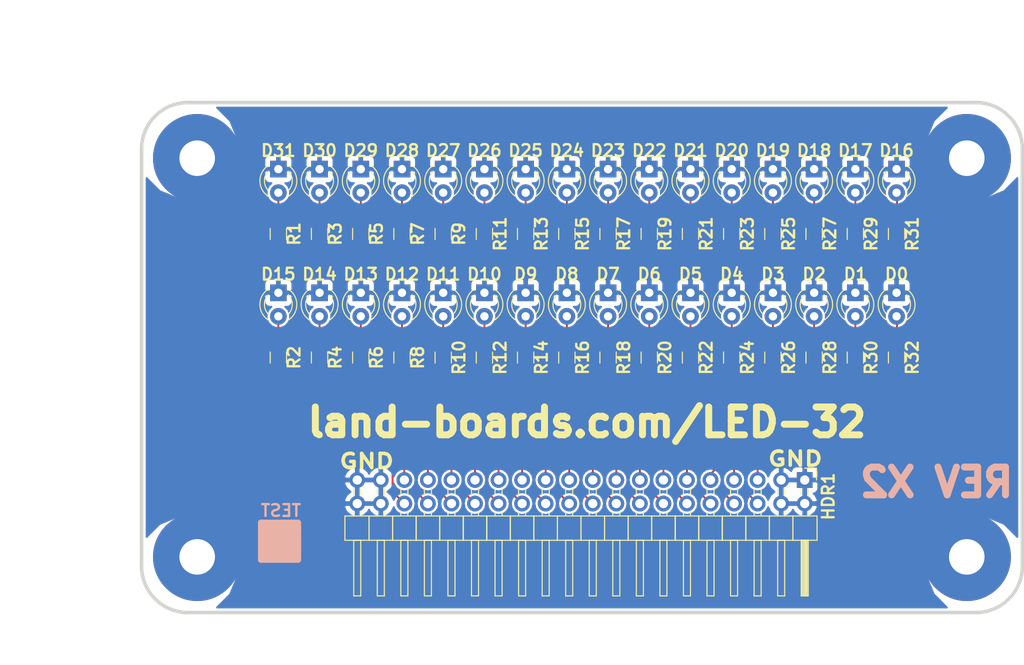
<source format=kicad_pcb>
(kicad_pcb (version 4) (host pcbnew "(after 2015-mar-04 BZR unknown)-product")
  (title_block (title LED-TEST-2) (date "Thursday, October 06, 2016") (rev X1))
  (layers (0 Front signal) (31 Back signal) (36 B.SilkS user) (37 F.SilkS user) (38 B.Mask user) (39 F.Mask user) (44 Edge.Cuts user))
  (net 0 "")
  (net 1 /GND)
  (net 2 "Net-(D1-Pad2)")
  (net 3 "Net-(D2-Pad2)")
  (net 4 "Net-(D3-Pad2)")
  (net 5 "Net-(D4-Pad2)")
  (net 6 "Net-(D5-Pad2)")
  (net 7 "Net-(D6-Pad2)")
  (net 8 "Net-(D7-Pad2)")
  (net 9 "Net-(D8-Pad2)")
  (net 10 "Net-(D9-Pad2)")
  (net 11 "Net-(D10-Pad2)")
  (net 12 "Net-(D11-Pad2)")
  (net 13 "Net-(D12-Pad2)")
  (net 14 "Net-(D13-Pad2)")
  (net 15 "Net-(D14-Pad2)")
  (net 16 "Net-(D15-Pad2)")
  (net 17 "Net-(D16-Pad2)")
  (net 18 "Net-(D17-Pad2)")
  (net 19 "Net-(D18-Pad2)")
  (net 20 "Net-(D19-Pad2)")
  (net 21 "Net-(D21-Pad2)")
  (net 22 "Net-(D22-Pad2)")
  (net 23 "Net-(D23-Pad2)")
  (net 24 "Net-(D24-Pad2)")
  (net 25 "Net-(D25-Pad2)")
  (net 26 "Net-(D26-Pad2)")
  (net 27 "Net-(D27-Pad2)")
  (net 28 "Net-(D28-Pad2)")
  (net 29 "Net-(D29-Pad2)")
  (net 30 "Net-(D30-Pad2)")
  (net 31 "Net-(D31-Pad2)")
  (net 32 "Net-(HDR1-Pad5)")
  (net 33 "Net-(HDR1-Pad6)")
  (net 34 "Net-(HDR1-Pad7)")
  (net 35 "Net-(HDR1-Pad8)")
  (net 36 "Net-(HDR1-Pad9)")
  (net 37 "Net-(HDR1-Pad10)")
  (net 38 "Net-(HDR1-Pad11)")
  (net 39 "Net-(HDR1-Pad12)")
  (net 40 "Net-(HDR1-Pad13)")
  (net 41 "Net-(HDR1-Pad14)")
  (net 42 "Net-(HDR1-Pad15)")
  (net 43 "Net-(HDR1-Pad16)")
  (net 44 "Net-(HDR1-Pad17)")
  (net 45 "Net-(HDR1-Pad18)")
  (net 46 "Net-(HDR1-Pad19)")
  (net 47 "Net-(HDR1-Pad20)")
  (net 48 "Net-(HDR1-Pad21)")
  (net 49 "Net-(HDR1-Pad22)")
  (net 50 "Net-(HDR1-Pad23)")
  (net 51 "Net-(HDR1-Pad24)")
  (net 52 "Net-(HDR1-Pad25)")
  (net 53 "Net-(HDR1-Pad26)")
  (net 54 "Net-(HDR1-Pad27)")
  (net 55 "Net-(HDR1-Pad28)")
  (net 56 "Net-(HDR1-Pad29)")
  (net 57 "Net-(HDR1-Pad30)")
  (net 58 "Net-(HDR1-Pad31)")
  (net 59 "Net-(HDR1-Pad32)")
  (net 60 "Net-(HDR1-Pad33)")
  (net 61 "Net-(HDR1-Pad34)")
  (net 62 "Net-(HDR1-Pad35)")
  (net 63 "Net-(HDR1-Pad36)")
  (net 64 "Net-(D0-Pad2)")
  (net 65 "Net-(D20-Pad2)")
  (module LEDs:LED_D3.0mm (layer Front) (at 107.315 43.18 270)
    (fp_text reference D23 (at -2 0 360) (layer F.SilkS) (effects (font (size 1.27 1.27) (thickness 0.254))))
    (fp_text value LED-fixed hide)
    (pad 1 thru_hole rect (at 0 0 270) (size 1.8 1.8) (drill 0.9) (layers *.Cu *.Mask) (net 1 /GND))
    (pad 2 thru_hole circle (at 2.54 0 270) (size 1.8 1.8) (drill 0.9) (layers *.Cu *.Mask) (net 23 "Net-(D23-Pad2)"))
  )
  (module LEDs:LED_D3.0mm (layer Front) (at 107.315 56.515 270)
    (fp_text reference D7 (at -2 0 360) (layer F.SilkS) (effects (font (size 1.27 1.27) (thickness 0.254))))
    (fp_text value LED-fixed hide)
    (pad 1 thru_hole rect (at 0 0 270) (size 1.8 1.8) (drill 0.9) (layers *.Cu *.Mask) (net 1 /GND))
    (pad 2 thru_hole circle (at 2.54 0 270) (size 1.8 1.8) (drill 0.9) (layers *.Cu *.Mask) (net 8 "Net-(D7-Pad2)"))
  )
  (module LEDs:LED_D3.0mm (layer Front) (at 111.76 43.18 270)
    (fp_text reference D22 (at -2 0 360) (layer F.SilkS) (effects (font (size 1.27 1.27) (thickness 0.254))))
    (fp_text value LED-fixed hide)
    (pad 1 thru_hole rect (at 0 0 270) (size 1.8 1.8) (drill 0.9) (layers *.Cu *.Mask) (net 1 /GND))
    (pad 2 thru_hole circle (at 2.54 0 270) (size 1.8 1.8) (drill 0.9) (layers *.Cu *.Mask) (net 22 "Net-(D22-Pad2)"))
  )
  (module LEDs:LED_D3.0mm (layer Front) (at 111.76 56.515 270)
    (fp_text reference D6 (at -2 0 360) (layer F.SilkS) (effects (font (size 1.27 1.27) (thickness 0.254))))
    (fp_text value LED-fixed hide)
    (pad 1 thru_hole rect (at 0 0 270) (size 1.8 1.8) (drill 0.9) (layers *.Cu *.Mask) (net 1 /GND))
    (pad 2 thru_hole circle (at 2.54 0 270) (size 1.8 1.8) (drill 0.9) (layers *.Cu *.Mask) (net 7 "Net-(D6-Pad2)"))
  )
  (module LEDs:LED_D3.0mm (layer Front) (at 116.205 43.18 270)
    (fp_text reference D21 (at -2 0 360) (layer F.SilkS) (effects (font (size 1.27 1.27) (thickness 0.254))))
    (fp_text value LED-fixed hide)
    (pad 1 thru_hole rect (at 0 0 270) (size 1.8 1.8) (drill 0.9) (layers *.Cu *.Mask) (net 1 /GND))
    (pad 2 thru_hole circle (at 2.54 0 270) (size 1.8 1.8) (drill 0.9) (layers *.Cu *.Mask) (net 21 "Net-(D21-Pad2)"))
  )
  (module LEDs:LED_D3.0mm (layer Front) (at 116.205 56.515 270)
    (fp_text reference D5 (at -2 0 360) (layer F.SilkS) (effects (font (size 1.27 1.27) (thickness 0.254))))
    (fp_text value LED-fixed hide)
    (pad 1 thru_hole rect (at 0 0 270) (size 1.8 1.8) (drill 0.9) (layers *.Cu *.Mask) (net 1 /GND))
    (pad 2 thru_hole circle (at 2.54 0 270) (size 1.8 1.8) (drill 0.9) (layers *.Cu *.Mask) (net 6 "Net-(D5-Pad2)"))
  )
  (module LEDs:LED_D3.0mm (layer Front) (at 120.65 43.18 270)
    (fp_text reference D20 (at -2 0 360) (layer F.SilkS) (effects (font (size 1.27 1.27) (thickness 0.254))))
    (fp_text value LED-fixed hide)
    (pad 1 thru_hole rect (at 0 0 270) (size 1.8 1.8) (drill 0.9) (layers *.Cu *.Mask) (net 1 /GND))
    (pad 2 thru_hole circle (at 2.54 0 270) (size 1.8 1.8) (drill 0.9) (layers *.Cu *.Mask) (net 65 "Net-(D20-Pad2)"))
  )
  (module LEDs:LED_D3.0mm (layer Front) (at 120.65 56.515 270)
    (fp_text reference D4 (at -2 0 360) (layer F.SilkS) (effects (font (size 1.27 1.27) (thickness 0.254))))
    (fp_text value LED-fixed hide)
    (pad 1 thru_hole rect (at 0 0 270) (size 1.8 1.8) (drill 0.9) (layers *.Cu *.Mask) (net 1 /GND))
    (pad 2 thru_hole circle (at 2.54 0 270) (size 1.8 1.8) (drill 0.9) (layers *.Cu *.Mask) (net 5 "Net-(D4-Pad2)"))
  )
  (module LEDs:LED_D3.0mm (layer Front) (at 125.095 43.18 270)
    (fp_text reference D19 (at -2 0 360) (layer F.SilkS) (effects (font (size 1.27 1.27) (thickness 0.254))))
    (fp_text value LED-fixed hide)
    (pad 1 thru_hole rect (at 0 0 270) (size 1.8 1.8) (drill 0.9) (layers *.Cu *.Mask) (net 1 /GND))
    (pad 2 thru_hole circle (at 2.54 0 270) (size 1.8 1.8) (drill 0.9) (layers *.Cu *.Mask) (net 20 "Net-(D19-Pad2)"))
  )
  (module LEDs:LED_D3.0mm (layer Front) (at 125.095 56.515 270)
    (fp_text reference D3 (at -2 0 360) (layer F.SilkS) (effects (font (size 1.27 1.27) (thickness 0.254))))
    (fp_text value LED-fixed hide)
    (pad 1 thru_hole rect (at 0 0 270) (size 1.8 1.8) (drill 0.9) (layers *.Cu *.Mask) (net 1 /GND))
    (pad 2 thru_hole circle (at 2.54 0 270) (size 1.8 1.8) (drill 0.9) (layers *.Cu *.Mask) (net 4 "Net-(D3-Pad2)"))
  )
  (module LEDs:LED_D3.0mm (layer Front) (at 129.54 43.18 270)
    (fp_text reference D18 (at -2 0 360) (layer F.SilkS) (effects (font (size 1.27 1.27) (thickness 0.254))))
    (fp_text value LED-fixed hide)
    (pad 1 thru_hole rect (at 0 0 270) (size 1.8 1.8) (drill 0.9) (layers *.Cu *.Mask) (net 1 /GND))
    (pad 2 thru_hole circle (at 2.54 0 270) (size 1.8 1.8) (drill 0.9) (layers *.Cu *.Mask) (net 19 "Net-(D18-Pad2)"))
  )
  (module LEDs:LED_D3.0mm (layer Front) (at 129.54 56.515 270)
    (fp_text reference D2 (at -2 0 360) (layer F.SilkS) (effects (font (size 1.27 1.27) (thickness 0.254))))
    (fp_text value LED-fixed hide)
    (pad 1 thru_hole rect (at 0 0 270) (size 1.8 1.8) (drill 0.9) (layers *.Cu *.Mask) (net 1 /GND))
    (pad 2 thru_hole circle (at 2.54 0 270) (size 1.8 1.8) (drill 0.9) (layers *.Cu *.Mask) (net 3 "Net-(D2-Pad2)"))
  )
  (module LEDs:LED_D3.0mm (layer Front) (at 133.985 43.18 270)
    (fp_text reference D17 (at -2 0 360) (layer F.SilkS) (effects (font (size 1.27 1.27) (thickness 0.254))))
    (fp_text value LED-fixed hide)
    (pad 1 thru_hole rect (at 0 0 270) (size 1.8 1.8) (drill 0.9) (layers *.Cu *.Mask) (net 1 /GND))
    (pad 2 thru_hole circle (at 2.54 0 270) (size 1.8 1.8) (drill 0.9) (layers *.Cu *.Mask) (net 18 "Net-(D17-Pad2)"))
  )
  (module LEDs:LED_D3.0mm (layer Front) (at 133.985 56.515 270)
    (fp_text reference D1 (at -2 0 360) (layer F.SilkS) (effects (font (size 1.27 1.27) (thickness 0.254))))
    (fp_text value LED-fixed hide)
    (pad 1 thru_hole rect (at 0 0 270) (size 1.8 1.8) (drill 0.9) (layers *.Cu *.Mask) (net 1 /GND))
    (pad 2 thru_hole circle (at 2.54 0 270) (size 1.8 1.8) (drill 0.9) (layers *.Cu *.Mask) (net 2 "Net-(D1-Pad2)"))
  )
  (module LEDs:LED_D3.0mm (layer Front) (at 138.43 43.18 270)
    (fp_text reference D16 (at -2 0 360) (layer F.SilkS) (effects (font (size 1.27 1.27) (thickness 0.254))))
    (fp_text value LED-fixed hide)
    (pad 1 thru_hole rect (at 0 0 270) (size 1.8 1.8) (drill 0.9) (layers *.Cu *.Mask) (net 1 /GND))
    (pad 2 thru_hole circle (at 2.54 0 270) (size 1.8 1.8) (drill 0.9) (layers *.Cu *.Mask) (net 17 "Net-(D16-Pad2)"))
  )
  (module LEDs:LED_D3.0mm (layer Front) (at 138.43 56.515 270)
    (fp_text reference D0 (at -2 0 360) (layer F.SilkS) (effects (font (size 1.27 1.27) (thickness 0.254))))
    (fp_text value LED-fixed hide)
    (pad 1 thru_hole rect (at 0 0 270) (size 1.8 1.8) (drill 0.9) (layers *.Cu *.Mask) (net 1 /GND))
    (pad 2 thru_hole circle (at 2.54 0 270) (size 1.8 1.8) (drill 0.9) (layers *.Cu *.Mask) (net 64 "Net-(D0-Pad2)"))
  )
  (module Resistors_SMD:R_0805_HandSoldering (layer Front) (at 71.755 50.165 270)
    (fp_text reference R1 (at 0 -1.7 270) (layer F.SilkS) (effects (font (size 1.27 1.27) (thickness 0.254))))
    (fp_text value 330 hide)
    (pad 1 smd rect (at -1.35 0 270) (size 1.5 1.3) (layers Front F.Mask) (net 31 "Net-(D31-Pad2)"))
    (pad 2 smd rect (at 1.35 0 270) (size 1.5 1.3) (layers Front F.Mask) (net 63 "Net-(HDR1-Pad36)"))
  )
  (module Resistors_SMD:R_0805_HandSoldering (layer Front) (at 71.755 63.5 270)
    (fp_text reference R2 (at 0 -1.7 270) (layer F.SilkS) (effects (font (size 1.27 1.27) (thickness 0.254))))
    (fp_text value 330 hide)
    (pad 1 smd rect (at -1.35 0 270) (size 1.5 1.3) (layers Front F.Mask) (net 16 "Net-(D15-Pad2)"))
    (pad 2 smd rect (at 1.35 0 270) (size 1.5 1.3) (layers Front F.Mask) (net 62 "Net-(HDR1-Pad35)"))
  )
  (module Resistors_SMD:R_0805_HandSoldering (layer Front) (at 76.2 50.165 270)
    (fp_text reference R3 (at 0 -1.7 270) (layer F.SilkS) (effects (font (size 1.27 1.27) (thickness 0.254))))
    (fp_text value 330 hide)
    (pad 1 smd rect (at -1.35 0 270) (size 1.5 1.3) (layers Front F.Mask) (net 30 "Net-(D30-Pad2)"))
    (pad 2 smd rect (at 1.35 0 270) (size 1.5 1.3) (layers Front F.Mask) (net 61 "Net-(HDR1-Pad34)"))
  )
  (module Resistors_SMD:R_0805_HandSoldering (layer Front) (at 76.2 63.5 270)
    (fp_text reference R4 (at 0 -1.7 270) (layer F.SilkS) (effects (font (size 1.27 1.27) (thickness 0.254))))
    (fp_text value 330 hide)
    (pad 1 smd rect (at -1.35 0 270) (size 1.5 1.3) (layers Front F.Mask) (net 15 "Net-(D14-Pad2)"))
    (pad 2 smd rect (at 1.35 0 270) (size 1.5 1.3) (layers Front F.Mask) (net 60 "Net-(HDR1-Pad33)"))
  )
  (module Resistors_SMD:R_0805_HandSoldering (layer Front) (at 80.645 50.165 270)
    (fp_text reference R5 (at 0 -1.7 270) (layer F.SilkS) (effects (font (size 1.27 1.27) (thickness 0.254))))
    (fp_text value 330 hide)
    (pad 1 smd rect (at -1.35 0 270) (size 1.5 1.3) (layers Front F.Mask) (net 29 "Net-(D29-Pad2)"))
    (pad 2 smd rect (at 1.35 0 270) (size 1.5 1.3) (layers Front F.Mask) (net 59 "Net-(HDR1-Pad32)"))
  )
  (module Resistors_SMD:R_0805_HandSoldering (layer Front) (at 80.645 63.5 270)
    (fp_text reference R6 (at 0 -1.7 270) (layer F.SilkS) (effects (font (size 1.27 1.27) (thickness 0.254))))
    (fp_text value 330 hide)
    (pad 1 smd rect (at -1.35 0 270) (size 1.5 1.3) (layers Front F.Mask) (net 14 "Net-(D13-Pad2)"))
    (pad 2 smd rect (at 1.35 0 270) (size 1.5 1.3) (layers Front F.Mask) (net 58 "Net-(HDR1-Pad31)"))
  )
  (module Resistors_SMD:R_0805_HandSoldering (layer Front) (at 85.09 50.165 270)
    (fp_text reference R7 (at 0 -1.7 270) (layer F.SilkS) (effects (font (size 1.27 1.27) (thickness 0.254))))
    (fp_text value 330 hide)
    (pad 1 smd rect (at -1.35 0 270) (size 1.5 1.3) (layers Front F.Mask) (net 28 "Net-(D28-Pad2)"))
    (pad 2 smd rect (at 1.35 0 270) (size 1.5 1.3) (layers Front F.Mask) (net 57 "Net-(HDR1-Pad30)"))
  )
  (module Resistors_SMD:R_0805_HandSoldering (layer Front) (at 85.09 63.5 270)
    (fp_text reference R8 (at 0 -1.7 270) (layer F.SilkS) (effects (font (size 1.27 1.27) (thickness 0.254))))
    (fp_text value 330 hide)
    (pad 1 smd rect (at -1.35 0 270) (size 1.5 1.3) (layers Front F.Mask) (net 13 "Net-(D12-Pad2)"))
    (pad 2 smd rect (at 1.35 0 270) (size 1.5 1.3) (layers Front F.Mask) (net 56 "Net-(HDR1-Pad29)"))
  )
  (module Resistors_SMD:R_0805_HandSoldering (layer Front) (at 89.535 50.165 270)
    (fp_text reference R9 (at 0 -1.7 270) (layer F.SilkS) (effects (font (size 1.27 1.27) (thickness 0.254))))
    (fp_text value 330 hide)
    (pad 1 smd rect (at -1.35 0 270) (size 1.5 1.3) (layers Front F.Mask) (net 27 "Net-(D27-Pad2)"))
    (pad 2 smd rect (at 1.35 0 270) (size 1.5 1.3) (layers Front F.Mask) (net 55 "Net-(HDR1-Pad28)"))
  )
  (module Resistors_SMD:R_0805_HandSoldering (layer Front) (at 89.535 63.5 270)
    (fp_text reference R10 (at 0 -1.7 270) (layer F.SilkS) (effects (font (size 1.27 1.27) (thickness 0.254))))
    (fp_text value 330 hide)
    (pad 1 smd rect (at -1.35 0 270) (size 1.5 1.3) (layers Front F.Mask) (net 12 "Net-(D11-Pad2)"))
    (pad 2 smd rect (at 1.35 0 270) (size 1.5 1.3) (layers Front F.Mask) (net 54 "Net-(HDR1-Pad27)"))
  )
  (module Resistors_SMD:R_0805_HandSoldering (layer Front) (at 93.98 50.165 270)
    (fp_text reference R11 (at 0 -1.7 270) (layer F.SilkS) (effects (font (size 1.27 1.27) (thickness 0.254))))
    (fp_text value 330 hide)
    (pad 1 smd rect (at -1.35 0 270) (size 1.5 1.3) (layers Front F.Mask) (net 26 "Net-(D26-Pad2)"))
    (pad 2 smd rect (at 1.35 0 270) (size 1.5 1.3) (layers Front F.Mask) (net 53 "Net-(HDR1-Pad26)"))
  )
  (module Resistors_SMD:R_0805_HandSoldering (layer Front) (at 93.98 63.5 270)
    (fp_text reference R12 (at 0 -1.7 270) (layer F.SilkS) (effects (font (size 1.27 1.27) (thickness 0.254))))
    (fp_text value 330 hide)
    (pad 1 smd rect (at -1.35 0 270) (size 1.5 1.3) (layers Front F.Mask) (net 11 "Net-(D10-Pad2)"))
    (pad 2 smd rect (at 1.35 0 270) (size 1.5 1.3) (layers Front F.Mask) (net 52 "Net-(HDR1-Pad25)"))
  )
  (module Resistors_SMD:R_0805_HandSoldering (layer Front) (at 98.425 50.165 270)
    (fp_text reference R13 (at 0 -1.7 270) (layer F.SilkS) (effects (font (size 1.27 1.27) (thickness 0.254))))
    (fp_text value 330 hide)
    (pad 1 smd rect (at -1.35 0 270) (size 1.5 1.3) (layers Front F.Mask) (net 25 "Net-(D25-Pad2)"))
    (pad 2 smd rect (at 1.35 0 270) (size 1.5 1.3) (layers Front F.Mask) (net 51 "Net-(HDR1-Pad24)"))
  )
  (module Resistors_SMD:R_0805_HandSoldering (layer Front) (at 98.425 63.5 270)
    (fp_text reference R14 (at 0 -1.7 270) (layer F.SilkS) (effects (font (size 1.27 1.27) (thickness 0.254))))
    (fp_text value 330 hide)
    (pad 1 smd rect (at -1.35 0 270) (size 1.5 1.3) (layers Front F.Mask) (net 10 "Net-(D9-Pad2)"))
    (pad 2 smd rect (at 1.35 0 270) (size 1.5 1.3) (layers Front F.Mask) (net 50 "Net-(HDR1-Pad23)"))
  )
  (module Resistors_SMD:R_0805_HandSoldering (layer Front) (at 102.87 50.165 270)
    (fp_text reference R15 (at 0 -1.7 270) (layer F.SilkS) (effects (font (size 1.27 1.27) (thickness 0.254))))
    (fp_text value 330 hide)
    (pad 1 smd rect (at -1.35 0 270) (size 1.5 1.3) (layers Front F.Mask) (net 24 "Net-(D24-Pad2)"))
    (pad 2 smd rect (at 1.35 0 270) (size 1.5 1.3) (layers Front F.Mask) (net 49 "Net-(HDR1-Pad22)"))
  )
  (module Resistors_SMD:R_0805_HandSoldering (layer Front) (at 102.87 63.5 270)
    (fp_text reference R16 (at 0 -1.7 270) (layer F.SilkS) (effects (font (size 1.27 1.27) (thickness 0.254))))
    (fp_text value 330 hide)
    (pad 1 smd rect (at -1.35 0 270) (size 1.5 1.3) (layers Front F.Mask) (net 9 "Net-(D8-Pad2)"))
    (pad 2 smd rect (at 1.35 0 270) (size 1.5 1.3) (layers Front F.Mask) (net 48 "Net-(HDR1-Pad21)"))
  )
  (module Resistors_SMD:R_0805_HandSoldering (layer Front) (at 107.315 50.165 270)
    (fp_text reference R17 (at 0 -1.7 270) (layer F.SilkS) (effects (font (size 1.27 1.27) (thickness 0.254))))
    (fp_text value 330 hide)
    (pad 1 smd rect (at -1.35 0 270) (size 1.5 1.3) (layers Front F.Mask) (net 23 "Net-(D23-Pad2)"))
    (pad 2 smd rect (at 1.35 0 270) (size 1.5 1.3) (layers Front F.Mask) (net 47 "Net-(HDR1-Pad20)"))
  )
  (module Resistors_SMD:R_0805_HandSoldering (layer Front) (at 107.315 63.5 270)
    (fp_text reference R18 (at 0 -1.7 270) (layer F.SilkS) (effects (font (size 1.27 1.27) (thickness 0.254))))
    (fp_text value 330 hide)
    (pad 1 smd rect (at -1.35 0 270) (size 1.5 1.3) (layers Front F.Mask) (net 8 "Net-(D7-Pad2)"))
    (pad 2 smd rect (at 1.35 0 270) (size 1.5 1.3) (layers Front F.Mask) (net 46 "Net-(HDR1-Pad19)"))
  )
  (module Resistors_SMD:R_0805_HandSoldering (layer Front) (at 111.76 50.165 270)
    (fp_text reference R19 (at 0 -1.7 270) (layer F.SilkS) (effects (font (size 1.27 1.27) (thickness 0.254))))
    (fp_text value 330 hide)
    (pad 1 smd rect (at -1.35 0 270) (size 1.5 1.3) (layers Front F.Mask) (net 22 "Net-(D22-Pad2)"))
    (pad 2 smd rect (at 1.35 0 270) (size 1.5 1.3) (layers Front F.Mask) (net 45 "Net-(HDR1-Pad18)"))
  )
  (module Resistors_SMD:R_0805_HandSoldering (layer Front) (at 111.76 63.5 270)
    (fp_text reference R20 (at 0 -1.7 270) (layer F.SilkS) (effects (font (size 1.27 1.27) (thickness 0.254))))
    (fp_text value 330 hide)
    (pad 1 smd rect (at -1.35 0 270) (size 1.5 1.3) (layers Front F.Mask) (net 7 "Net-(D6-Pad2)"))
    (pad 2 smd rect (at 1.35 0 270) (size 1.5 1.3) (layers Front F.Mask) (net 44 "Net-(HDR1-Pad17)"))
  )
  (module Resistors_SMD:R_0805_HandSoldering (layer Front) (at 116.205 50.165 270)
    (fp_text reference R21 (at 0 -1.7 270) (layer F.SilkS) (effects (font (size 1.27 1.27) (thickness 0.254))))
    (fp_text value 330 hide)
    (pad 1 smd rect (at -1.35 0 270) (size 1.5 1.3) (layers Front F.Mask) (net 21 "Net-(D21-Pad2)"))
    (pad 2 smd rect (at 1.35 0 270) (size 1.5 1.3) (layers Front F.Mask) (net 43 "Net-(HDR1-Pad16)"))
  )
  (module Resistors_SMD:R_0805_HandSoldering (layer Front) (at 116.205 63.5 270)
    (fp_text reference R22 (at 0 -1.7 270) (layer F.SilkS) (effects (font (size 1.27 1.27) (thickness 0.254))))
    (fp_text value 330 hide)
    (pad 1 smd rect (at -1.35 0 270) (size 1.5 1.3) (layers Front F.Mask) (net 6 "Net-(D5-Pad2)"))
    (pad 2 smd rect (at 1.35 0 270) (size 1.5 1.3) (layers Front F.Mask) (net 42 "Net-(HDR1-Pad15)"))
  )
  (module Resistors_SMD:R_0805_HandSoldering (layer Front) (at 120.65 50.165 270)
    (fp_text reference R23 (at 0 -1.7 270) (layer F.SilkS) (effects (font (size 1.27 1.27) (thickness 0.254))))
    (fp_text value 330 hide)
    (pad 1 smd rect (at -1.35 0 270) (size 1.5 1.3) (layers Front F.Mask) (net 65 "Net-(D20-Pad2)"))
    (pad 2 smd rect (at 1.35 0 270) (size 1.5 1.3) (layers Front F.Mask) (net 41 "Net-(HDR1-Pad14)"))
  )
  (module Resistors_SMD:R_0805_HandSoldering (layer Front) (at 120.65 63.5 270)
    (fp_text reference R24 (at 0 -1.7 270) (layer F.SilkS) (effects (font (size 1.27 1.27) (thickness 0.254))))
    (fp_text value 330 hide)
    (pad 1 smd rect (at -1.35 0 270) (size 1.5 1.3) (layers Front F.Mask) (net 5 "Net-(D4-Pad2)"))
    (pad 2 smd rect (at 1.35 0 270) (size 1.5 1.3) (layers Front F.Mask) (net 40 "Net-(HDR1-Pad13)"))
  )
  (module Resistors_SMD:R_0805_HandSoldering (layer Front) (at 125.095 50.165 270)
    (fp_text reference R25 (at 0 -1.7 270) (layer F.SilkS) (effects (font (size 1.27 1.27) (thickness 0.254))))
    (fp_text value 330 hide)
    (pad 1 smd rect (at -1.35 0 270) (size 1.5 1.3) (layers Front F.Mask) (net 20 "Net-(D19-Pad2)"))
    (pad 2 smd rect (at 1.35 0 270) (size 1.5 1.3) (layers Front F.Mask) (net 39 "Net-(HDR1-Pad12)"))
  )
  (module Resistors_SMD:R_0805_HandSoldering (layer Front) (at 125.095 63.5 270)
    (fp_text reference R26 (at 0 -1.7 270) (layer F.SilkS) (effects (font (size 1.27 1.27) (thickness 0.254))))
    (fp_text value 330 hide)
    (pad 1 smd rect (at -1.35 0 270) (size 1.5 1.3) (layers Front F.Mask) (net 4 "Net-(D3-Pad2)"))
    (pad 2 smd rect (at 1.35 0 270) (size 1.5 1.3) (layers Front F.Mask) (net 38 "Net-(HDR1-Pad11)"))
  )
  (module Resistors_SMD:R_0805_HandSoldering (layer Front) (at 129.54 50.165 270)
    (fp_text reference R27 (at 0 -1.7 270) (layer F.SilkS) (effects (font (size 1.27 1.27) (thickness 0.254))))
    (fp_text value 330 hide)
    (pad 1 smd rect (at -1.35 0 270) (size 1.5 1.3) (layers Front F.Mask) (net 19 "Net-(D18-Pad2)"))
    (pad 2 smd rect (at 1.35 0 270) (size 1.5 1.3) (layers Front F.Mask) (net 37 "Net-(HDR1-Pad10)"))
  )
  (module Resistors_SMD:R_0805_HandSoldering (layer Front) (at 129.54 63.5 270)
    (fp_text reference R28 (at 0 -1.7 270) (layer F.SilkS) (effects (font (size 1.27 1.27) (thickness 0.254))))
    (fp_text value 330 hide)
    (pad 1 smd rect (at -1.35 0 270) (size 1.5 1.3) (layers Front F.Mask) (net 3 "Net-(D2-Pad2)"))
    (pad 2 smd rect (at 1.35 0 270) (size 1.5 1.3) (layers Front F.Mask) (net 36 "Net-(HDR1-Pad9)"))
  )
  (module Resistors_SMD:R_0805_HandSoldering (layer Front) (at 133.985 50.165 270)
    (fp_text reference R29 (at 0 -1.7 270) (layer F.SilkS) (effects (font (size 1.27 1.27) (thickness 0.254))))
    (fp_text value 330 hide)
    (pad 1 smd rect (at -1.35 0 270) (size 1.5 1.3) (layers Front F.Mask) (net 18 "Net-(D17-Pad2)"))
    (pad 2 smd rect (at 1.35 0 270) (size 1.5 1.3) (layers Front F.Mask) (net 35 "Net-(HDR1-Pad8)"))
  )
  (module Resistors_SMD:R_0805_HandSoldering (layer Front) (at 133.985 63.5 270)
    (fp_text reference R30 (at 0 -1.7 270) (layer F.SilkS) (effects (font (size 1.27 1.27) (thickness 0.254))))
    (fp_text value 330 hide)
    (pad 1 smd rect (at -1.35 0 270) (size 1.5 1.3) (layers Front F.Mask) (net 2 "Net-(D1-Pad2)"))
    (pad 2 smd rect (at 1.35 0 270) (size 1.5 1.3) (layers Front F.Mask) (net 34 "Net-(HDR1-Pad7)"))
  )
  (module Resistors_SMD:R_0805_HandSoldering (layer Front) (at 138.43 50.165 270)
    (fp_text reference R31 (at 0 -1.7 270) (layer F.SilkS) (effects (font (size 1.27 1.27) (thickness 0.254))))
    (fp_text value 330 hide)
    (pad 1 smd rect (at -1.35 0 270) (size 1.5 1.3) (layers Front F.Mask) (net 17 "Net-(D16-Pad2)"))
    (pad 2 smd rect (at 1.35 0 270) (size 1.5 1.3) (layers Front F.Mask) (net 33 "Net-(HDR1-Pad6)"))
  )
  (module Resistors_SMD:R_0805_HandSoldering (layer Front) (at 138.43 63.5 270)
    (fp_text reference R32 (at 0 -1.7 270) (layer F.SilkS) (effects (font (size 1.27 1.27) (thickness 0.254))))
    (fp_text value 330 hide)
    (pad 1 smd rect (at -1.35 0 270) (size 1.5 1.3) (layers Front F.Mask) (net 64 "Net-(D0-Pad2)"))
    (pad 2 smd rect (at 1.35 0 270) (size 1.5 1.3) (layers Front F.Mask) (net 32 "Net-(HDR1-Pad5)"))
  )
  (module LEDs:LED_D3.0mm (layer Front) (at 71.755 43.18 270)
    (fp_text reference D31 (at -2 0 360) (layer F.SilkS) (effects (font (size 1.27 1.27) (thickness 0.254))))
    (fp_text value LED-fixed hide)
    (pad 1 thru_hole rect (at 0 0 270) (size 1.8 1.8) (drill 0.9) (layers *.Cu *.Mask) (net 1 /GND))
    (pad 2 thru_hole circle (at 2.54 0 270) (size 1.8 1.8) (drill 0.9) (layers *.Cu *.Mask) (net 31 "Net-(D31-Pad2)"))
  )
  (module LEDs:LED_D3.0mm (layer Front) (at 71.755 56.515 270)
    (fp_text reference D15 (at -2 0 360) (layer F.SilkS) (effects (font (size 1.27 1.27) (thickness 0.254))))
    (fp_text value LED-fixed hide)
    (pad 1 thru_hole rect (at 0 0 270) (size 1.8 1.8) (drill 0.9) (layers *.Cu *.Mask) (net 1 /GND))
    (pad 2 thru_hole circle (at 2.54 0 270) (size 1.8 1.8) (drill 0.9) (layers *.Cu *.Mask) (net 16 "Net-(D15-Pad2)"))
  )
  (module LEDs:LED_D3.0mm (layer Front) (at 76.2 43.18 270)
    (fp_text reference D30 (at -2 0 360) (layer F.SilkS) (effects (font (size 1.27 1.27) (thickness 0.254))))
    (fp_text value LED-fixed hide)
    (pad 1 thru_hole rect (at 0 0 270) (size 1.8 1.8) (drill 0.9) (layers *.Cu *.Mask) (net 1 /GND))
    (pad 2 thru_hole circle (at 2.54 0 270) (size 1.8 1.8) (drill 0.9) (layers *.Cu *.Mask) (net 30 "Net-(D30-Pad2)"))
  )
  (module LEDs:LED_D3.0mm (layer Front) (at 76.2 56.515 270)
    (fp_text reference D14 (at -2 0 360) (layer F.SilkS) (effects (font (size 1.27 1.27) (thickness 0.254))))
    (fp_text value LED-fixed hide)
    (pad 1 thru_hole rect (at 0 0 270) (size 1.8 1.8) (drill 0.9) (layers *.Cu *.Mask) (net 1 /GND))
    (pad 2 thru_hole circle (at 2.54 0 270) (size 1.8 1.8) (drill 0.9) (layers *.Cu *.Mask) (net 15 "Net-(D14-Pad2)"))
  )
  (module LEDs:LED_D3.0mm (layer Front) (at 80.645 43.18 270)
    (fp_text reference D29 (at -2 0 360) (layer F.SilkS) (effects (font (size 1.27 1.27) (thickness 0.254))))
    (fp_text value LED-fixed hide)
    (pad 1 thru_hole rect (at 0 0 270) (size 1.8 1.8) (drill 0.9) (layers *.Cu *.Mask) (net 1 /GND))
    (pad 2 thru_hole circle (at 2.54 0 270) (size 1.8 1.8) (drill 0.9) (layers *.Cu *.Mask) (net 29 "Net-(D29-Pad2)"))
  )
  (module LEDs:LED_D3.0mm (layer Front) (at 80.645 56.515 270)
    (fp_text reference D13 (at -2 0 360) (layer F.SilkS) (effects (font (size 1.27 1.27) (thickness 0.254))))
    (fp_text value LED-fixed hide)
    (pad 1 thru_hole rect (at 0 0 270) (size 1.8 1.8) (drill 0.9) (layers *.Cu *.Mask) (net 1 /GND))
    (pad 2 thru_hole circle (at 2.54 0 270) (size 1.8 1.8) (drill 0.9) (layers *.Cu *.Mask) (net 14 "Net-(D13-Pad2)"))
  )
  (module LEDs:LED_D3.0mm (layer Front) (at 85.09 43.18 270)
    (fp_text reference D28 (at -2 0 360) (layer F.SilkS) (effects (font (size 1.27 1.27) (thickness 0.254))))
    (fp_text value LED-fixed hide)
    (pad 1 thru_hole rect (at 0 0 270) (size 1.8 1.8) (drill 0.9) (layers *.Cu *.Mask) (net 1 /GND))
    (pad 2 thru_hole circle (at 2.54 0 270) (size 1.8 1.8) (drill 0.9) (layers *.Cu *.Mask) (net 28 "Net-(D28-Pad2)"))
  )
  (module LEDs:LED_D3.0mm (layer Front) (at 85.09 56.515 270)
    (fp_text reference D12 (at -2 0 360) (layer F.SilkS) (effects (font (size 1.27 1.27) (thickness 0.254))))
    (fp_text value LED-fixed hide)
    (pad 1 thru_hole rect (at 0 0 270) (size 1.8 1.8) (drill 0.9) (layers *.Cu *.Mask) (net 1 /GND))
    (pad 2 thru_hole circle (at 2.54 0 270) (size 1.8 1.8) (drill 0.9) (layers *.Cu *.Mask) (net 13 "Net-(D12-Pad2)"))
  )
  (module LEDs:LED_D3.0mm (layer Front) (at 89.535 43.18 270)
    (fp_text reference D27 (at -2 0 360) (layer F.SilkS) (effects (font (size 1.27 1.27) (thickness 0.254))))
    (fp_text value LED-fixed hide)
    (pad 1 thru_hole rect (at 0 0 270) (size 1.8 1.8) (drill 0.9) (layers *.Cu *.Mask) (net 1 /GND))
    (pad 2 thru_hole circle (at 2.54 0 270) (size 1.8 1.8) (drill 0.9) (layers *.Cu *.Mask) (net 27 "Net-(D27-Pad2)"))
  )
  (module LEDs:LED_D3.0mm (layer Front) (at 89.535 56.515 270)
    (fp_text reference D11 (at -2 0 360) (layer F.SilkS) (effects (font (size 1.27 1.27) (thickness 0.254))))
    (fp_text value LED-fixed hide)
    (pad 1 thru_hole rect (at 0 0 270) (size 1.8 1.8) (drill 0.9) (layers *.Cu *.Mask) (net 1 /GND))
    (pad 2 thru_hole circle (at 2.54 0 270) (size 1.8 1.8) (drill 0.9) (layers *.Cu *.Mask) (net 12 "Net-(D11-Pad2)"))
  )
  (module LEDs:LED_D3.0mm (layer Front) (at 93.98 43.18 270)
    (fp_text reference D26 (at -2 0 360) (layer F.SilkS) (effects (font (size 1.27 1.27) (thickness 0.254))))
    (fp_text value LED-fixed hide)
    (pad 1 thru_hole rect (at 0 0 270) (size 1.8 1.8) (drill 0.9) (layers *.Cu *.Mask) (net 1 /GND))
    (pad 2 thru_hole circle (at 2.54 0 270) (size 1.8 1.8) (drill 0.9) (layers *.Cu *.Mask) (net 26 "Net-(D26-Pad2)"))
  )
  (module LEDs:LED_D3.0mm (layer Front) (at 93.98 56.515 270)
    (fp_text reference D10 (at -2 0 360) (layer F.SilkS) (effects (font (size 1.27 1.27) (thickness 0.254))))
    (fp_text value LED-fixed hide)
    (pad 1 thru_hole rect (at 0 0 270) (size 1.8 1.8) (drill 0.9) (layers *.Cu *.Mask) (net 1 /GND))
    (pad 2 thru_hole circle (at 2.54 0 270) (size 1.8 1.8) (drill 0.9) (layers *.Cu *.Mask) (net 11 "Net-(D10-Pad2)"))
  )
  (module LEDs:LED_D3.0mm (layer Front) (at 98.425 43.18 270)
    (fp_text reference D25 (at -2 0 360) (layer F.SilkS) (effects (font (size 1.27 1.27) (thickness 0.254))))
    (fp_text value LED-fixed hide)
    (pad 1 thru_hole rect (at 0 0 270) (size 1.8 1.8) (drill 0.9) (layers *.Cu *.Mask) (net 1 /GND))
    (pad 2 thru_hole circle (at 2.54 0 270) (size 1.8 1.8) (drill 0.9) (layers *.Cu *.Mask) (net 25 "Net-(D25-Pad2)"))
  )
  (module LEDs:LED_D3.0mm (layer Front) (at 98.425 56.515 270)
    (fp_text reference D9 (at -2 0 360) (layer F.SilkS) (effects (font (size 1.27 1.27) (thickness 0.254))))
    (fp_text value LED-fixed hide)
    (pad 1 thru_hole rect (at 0 0 270) (size 1.8 1.8) (drill 0.9) (layers *.Cu *.Mask) (net 1 /GND))
    (pad 2 thru_hole circle (at 2.54 0 270) (size 1.8 1.8) (drill 0.9) (layers *.Cu *.Mask) (net 10 "Net-(D9-Pad2)"))
  )
  (module LEDs:LED_D3.0mm (layer Front) (at 102.87 43.18 270)
    (fp_text reference D24 (at -2 0 360) (layer F.SilkS) (effects (font (size 1.27 1.27) (thickness 0.254))))
    (fp_text value LED-fixed hide)
    (pad 1 thru_hole rect (at 0 0 270) (size 1.8 1.8) (drill 0.9) (layers *.Cu *.Mask) (net 1 /GND))
    (pad 2 thru_hole circle (at 2.54 0 270) (size 1.8 1.8) (drill 0.9) (layers *.Cu *.Mask) (net 24 "Net-(D24-Pad2)"))
  )
  (module LEDs:LED_D3.0mm (layer Front) (at 102.87 56.515 270)
    (fp_text reference D8 (at -2 0 360) (layer F.SilkS) (effects (font (size 1.27 1.27) (thickness 0.254))))
    (fp_text value LED-fixed hide)
    (pad 1 thru_hole rect (at 0 0 270) (size 1.8 1.8) (drill 0.9) (layers *.Cu *.Mask) (net 1 /GND))
    (pad 2 thru_hole circle (at 2.54 0 270) (size 1.8 1.8) (drill 0.9) (layers *.Cu *.Mask) (net 9 "Net-(D8-Pad2)"))
  )
  (module Pin_Headers:Pin_Header_Angled_2x20_Pitch2.54mm (layer Front) (at 128.524 76.708 270)
    (fp_text reference HDR1 (at 1.778 -2.54 270) (layer F.SilkS) (effects (font (size 1.27 1.27) (thickness 0.254))))
    (fp_text value CONN_01X40 hide)
    (pad 1 thru_hole rect (at 0 0 270) (size 1.7 1.7) (drill 1) (layers *.Cu *.Mask) (net 1 /GND))
    (pad 2 thru_hole oval (at 2.54 0 270) (size 1.7 1.7) (drill 1) (layers *.Cu *.Mask) (net 1 /GND))
    (pad 3 thru_hole oval (at 0 2.54 270) (size 1.7 1.7) (drill 1) (layers *.Cu *.Mask) (net 1 /GND))
    (pad 4 thru_hole oval (at 2.54 2.54 270) (size 1.7 1.7) (drill 1) (layers *.Cu *.Mask) (net 1 /GND))
    (pad 5 thru_hole oval (at 0 5.08 270) (size 1.7 1.7) (drill 1) (layers *.Cu *.Mask) (net 32 "Net-(HDR1-Pad5)"))
    (pad 6 thru_hole oval (at 2.54 5.08 270) (size 1.7 1.7) (drill 1) (layers *.Cu *.Mask) (net 33 "Net-(HDR1-Pad6)"))
    (pad 7 thru_hole oval (at 0 7.62 270) (size 1.7 1.7) (drill 1) (layers *.Cu *.Mask) (net 34 "Net-(HDR1-Pad7)"))
    (pad 8 thru_hole oval (at 2.54 7.62 270) (size 1.7 1.7) (drill 1) (layers *.Cu *.Mask) (net 35 "Net-(HDR1-Pad8)"))
    (pad 9 thru_hole oval (at 0 10.16 270) (size 1.7 1.7) (drill 1) (layers *.Cu *.Mask) (net 36 "Net-(HDR1-Pad9)"))
    (pad 10 thru_hole oval (at 2.54 10.16 270) (size 1.7 1.7) (drill 1) (layers *.Cu *.Mask) (net 37 "Net-(HDR1-Pad10)"))
    (pad 11 thru_hole oval (at 0 12.7 270) (size 1.7 1.7) (drill 1) (layers *.Cu *.Mask) (net 38 "Net-(HDR1-Pad11)"))
    (pad 12 thru_hole oval (at 2.54 12.7 270) (size 1.7 1.7) (drill 1) (layers *.Cu *.Mask) (net 39 "Net-(HDR1-Pad12)"))
    (pad 13 thru_hole oval (at 0 15.24 270) (size 1.7 1.7) (drill 1) (layers *.Cu *.Mask) (net 40 "Net-(HDR1-Pad13)"))
    (pad 14 thru_hole oval (at 2.54 15.24 270) (size 1.7 1.7) (drill 1) (layers *.Cu *.Mask) (net 41 "Net-(HDR1-Pad14)"))
    (pad 15 thru_hole oval (at 0 17.78 270) (size 1.7 1.7) (drill 1) (layers *.Cu *.Mask) (net 42 "Net-(HDR1-Pad15)"))
    (pad 16 thru_hole oval (at 2.54 17.78 270) (size 1.7 1.7) (drill 1) (layers *.Cu *.Mask) (net 43 "Net-(HDR1-Pad16)"))
    (pad 17 thru_hole oval (at 0 20.32 270) (size 1.7 1.7) (drill 1) (layers *.Cu *.Mask) (net 44 "Net-(HDR1-Pad17)"))
    (pad 18 thru_hole oval (at 2.54 20.32 270) (size 1.7 1.7) (drill 1) (layers *.Cu *.Mask) (net 45 "Net-(HDR1-Pad18)"))
    (pad 19 thru_hole oval (at 0 22.86 270) (size 1.7 1.7) (drill 1) (layers *.Cu *.Mask) (net 46 "Net-(HDR1-Pad19)"))
    (pad 20 thru_hole oval (at 2.54 22.86 270) (size 1.7 1.7) (drill 1) (layers *.Cu *.Mask) (net 47 "Net-(HDR1-Pad20)"))
    (pad 21 thru_hole oval (at 0 25.4 270) (size 1.7 1.7) (drill 1) (layers *.Cu *.Mask) (net 48 "Net-(HDR1-Pad21)"))
    (pad 22 thru_hole oval (at 2.54 25.4 270) (size 1.7 1.7) (drill 1) (layers *.Cu *.Mask) (net 49 "Net-(HDR1-Pad22)"))
    (pad 23 thru_hole oval (at 0 27.94 270) (size 1.7 1.7) (drill 1) (layers *.Cu *.Mask) (net 50 "Net-(HDR1-Pad23)"))
    (pad 24 thru_hole oval (at 2.54 27.94 270) (size 1.7 1.7) (drill 1) (layers *.Cu *.Mask) (net 51 "Net-(HDR1-Pad24)"))
    (pad 25 thru_hole oval (at 0 30.48 270) (size 1.7 1.7) (drill 1) (layers *.Cu *.Mask) (net 52 "Net-(HDR1-Pad25)"))
    (pad 26 thru_hole oval (at 2.54 30.48 270) (size 1.7 1.7) (drill 1) (layers *.Cu *.Mask) (net 53 "Net-(HDR1-Pad26)"))
    (pad 27 thru_hole oval (at 0 33.02 270) (size 1.7 1.7) (drill 1) (layers *.Cu *.Mask) (net 54 "Net-(HDR1-Pad27)"))
    (pad 28 thru_hole oval (at 2.54 33.02 270) (size 1.7 1.7) (drill 1) (layers *.Cu *.Mask) (net 55 "Net-(HDR1-Pad28)"))
    (pad 29 thru_hole oval (at 0 35.56 270) (size 1.7 1.7) (drill 1) (layers *.Cu *.Mask) (net 56 "Net-(HDR1-Pad29)"))
    (pad 30 thru_hole oval (at 2.54 35.56 270) (size 1.7 1.7) (drill 1) (layers *.Cu *.Mask) (net 57 "Net-(HDR1-Pad30)"))
    (pad 31 thru_hole oval (at 0 38.1 270) (size 1.7 1.7) (drill 1) (layers *.Cu *.Mask) (net 58 "Net-(HDR1-Pad31)"))
    (pad 32 thru_hole oval (at 2.54 38.1 270) (size 1.7 1.7) (drill 1) (layers *.Cu *.Mask) (net 59 "Net-(HDR1-Pad32)"))
    (pad 33 thru_hole oval (at 0 40.64 270) (size 1.7 1.7) (drill 1) (layers *.Cu *.Mask) (net 60 "Net-(HDR1-Pad33)"))
    (pad 34 thru_hole oval (at 2.54 40.64 270) (size 1.7 1.7) (drill 1) (layers *.Cu *.Mask) (net 61 "Net-(HDR1-Pad34)"))
    (pad 35 thru_hole oval (at 0 43.18 270) (size 1.7 1.7) (drill 1) (layers *.Cu *.Mask) (net 62 "Net-(HDR1-Pad35)"))
    (pad 36 thru_hole oval (at 2.54 43.18 270) (size 1.7 1.7) (drill 1) (layers *.Cu *.Mask) (net 63 "Net-(HDR1-Pad36)"))
    (pad 37 thru_hole oval (at 0 45.72 270) (size 1.7 1.7) (drill 1) (layers *.Cu *.Mask) (net 1 /GND))
    (pad 38 thru_hole oval (at 2.54 45.72 270) (size 1.7 1.7) (drill 1) (layers *.Cu *.Mask) (net 1 /GND))
    (pad 39 thru_hole oval (at 0 48.26 270) (size 1.7 1.7) (drill 1) (layers *.Cu *.Mask) (net 1 /GND))
    (pad 40 thru_hole oval (at 2.54 48.26 270) (size 1.7 1.7) (drill 1) (layers *.Cu *.Mask) (net 1 /GND))
  )
  (module LandBoards_Marking:TEST_BLK-REAR (layer Front) (at 71.882 83.312)
    (fp_text reference TEST (at 0.148 -3.306501) (layer B.SilkS) (effects (font (size 1.27 1.27) (thickness 0.254)) (justify mirror)))
    (fp_text value COUPON hide)
  )
  (module LandBoards_MountHoles:MTG-6-32 (layer Front) (at 63 42)
    (fp_text reference MTG1 hide)
    (fp_text value CONN_1 hide)
    (pad 1 thru_hole circle (at 0 0) (size 9.525 9.525) (drill 3.8354) (layers *.Cu *.Mask) (clearance 0.508))
  )
  (module LandBoards_MountHoles:MTG-6-32 (layer Front) (at 146 42)
    (fp_text reference MTG2 hide)
    (fp_text value CONN_1 hide)
    (pad 1 thru_hole circle (at 0 0) (size 9.525 9.525) (drill 3.8354) (layers *.Cu *.Mask) (clearance 0.508))
  )
  (module LandBoards_MountHoles:MTG-6-32 (layer Front) (at 63 85)
    (fp_text reference MTG3 hide)
    (fp_text value CONN_1 hide)
    (pad 1 thru_hole circle (at 0 0) (size 9.525 9.525) (drill 3.8354) (layers *.Cu *.Mask) (clearance 0.508))
  )
  (module LandBoards_MountHoles:MTG-6-32 (layer Front) (at 146 85)
    (fp_text reference MTG4 hide)
    (fp_text value CONN_1 hide)
    (pad 1 thru_hole circle (at 0 0) (size 9.525 9.525) (drill 3.8354) (layers *.Cu *.Mask) (clearance 0.508))
  )
  (gr_line (start 152 86) (end 152 41) (angle 90) (layer Edge.Cuts) (width 0.381))
  (gr_line (start 57 41) (end 57 86) (angle 90) (layer Edge.Cuts) (width 0.381))
  (gr_line (start 147 91) (end 62 91) (angle 90) (layer Edge.Cuts) (width 0.381))
  (gr_line (start 62 36) (end 147 36) (angle 90) (layer Edge.Cuts) (width 0.381))
  (gr_arc (start 62 86) (end 62 91) (angle 90) (layer Edge.Cuts) (width 0.381))
  (gr_arc (start 62 41) (end 57 41) (angle 90) (layer Edge.Cuts) (width 0.381))
  (gr_arc (start 147 41) (end 147 36) (angle 90) (layer Edge.Cuts) (width 0.381))
  (gr_arc (start 147 86) (end 152 86) (angle 90) (layer Edge.Cuts) (width 0.381))
  (gr_text GND (at 81.28 74.676) (layer F.SilkS) (effects (font (size 1.524 1.905) (thickness 0.381))))
  (gr_text GND (at 127.508 74.422) (layer F.SilkS) (effects (font (size 1.524 1.905) (thickness 0.381))))
  (gr_text "REV X2" (at 142.748 76.962) (layer B.SilkS) (effects (font (size 3 3) (thickness 0.75)) (justify mirror)))
  (gr_text land-boards.com/LED-32 (at 105.029 70.485) (layer F.SilkS) (effects (font (size 3 3) (thickness 0.75))))
  (segment (start 133.985 59.055) (end 133.985 62.15) (width 0.2032) (layer Front) (net 2))
  (segment (start 129.54 59.055) (end 129.54 62.15) (width 0.2032) (layer Front) (net 3))
  (segment (start 125.095 59.055) (end 125.095 62.15) (width 0.2032) (layer Front) (net 4))
  (segment (start 120.65 59.055) (end 120.65 62.15) (width 0.2032) (layer Front) (net 5))
  (segment (start 116.205 59.055) (end 116.205 62.15) (width 0.2032) (layer Front) (net 6))
  (segment (start 111.76 59.055) (end 111.76 62.15) (width 0.2032) (layer Front) (net 7))
  (segment (start 106.815 61.5) (end 107.315 62.15) (width 0.2032) (layer Front) (net 8))
  (segment (start 106.815 61.65) (end 106.815 61.5) (width 0.2032) (layer Front) (net 8))
  (segment (start 107.315 62.15) (end 106.815 61.65) (width 0.2032) (layer Front) (net 8))
  (segment (start 107.315 59.055) (end 107.315 62.15) (width 0.2032) (layer Front) (net 8))
  (segment (start 102.87 59.055) (end 102.87 62.15) (width 0.2032) (layer Front) (net 9))
  (segment (start 98.425 59.055) (end 98.425 62.15) (width 0.2032) (layer Front) (net 10))
  (segment (start 93.98 59.055) (end 93.98 62.15) (width 0.2032) (layer Front) (net 11))
  (segment (start 89.535 59.055) (end 89.535 62.15) (width 0.2032) (layer Front) (net 12))
  (segment (start 85.09 59.055) (end 85.09 62.15) (width 0.2032) (layer Front) (net 13))
  (segment (start 80.645 59.055) (end 80.645 62.15) (width 0.2032) (layer Front) (net 14))
  (segment (start 76.2 59.055) (end 76.2 62.15) (width 0.2032) (layer Front) (net 15))
  (segment (start 71.755 59.055) (end 71.755 62.15) (width 0.2032) (layer Front) (net 16))
  (segment (start 138.504 45.842) (end 138.43 48.815) (width 0.2032) (layer Front) (net 17))
  (segment (start 133.985 45.72) (end 133.985 48.815) (width 0.2032) (layer Front) (net 18))
  (segment (start 129.54 45.72) (end 129.54 48.815) (width 0.2032) (layer Front) (net 19))
  (segment (start 125.095 45.72) (end 125.095 48.815) (width 0.2032) (layer Front) (net 20))
  (segment (start 116.205 45.72) (end 116.205 48.815) (width 0.2032) (layer Front) (net 21))
  (segment (start 111.76 45.72) (end 111.76 48.815) (width 0.2032) (layer Front) (net 22))
  (segment (start 107.315 45.72) (end 107.315 48.815) (width 0.2032) (layer Front) (net 23))
  (segment (start 102.87 45.72) (end 102.87 48.815) (width 0.2032) (layer Front) (net 24))
  (segment (start 98.425 45.72) (end 98.425 48.815) (width 0.2032) (layer Front) (net 25))
  (segment (start 93.98 45.72) (end 93.98 48.815) (width 0.2032) (layer Front) (net 26))
  (segment (start 89.535 45.72) (end 89.535 48.815) (width 0.2032) (layer Front) (net 27))
  (segment (start 85.09 45.72) (end 85.09 48.815) (width 0.2032) (layer Front) (net 28))
  (segment (start 80.645 45.72) (end 80.645 48.815) (width 0.2032) (layer Front) (net 29))
  (segment (start 76.2 45.72) (end 76.2 48.815) (width 0.2032) (layer Front) (net 30))
  (segment (start 71.755 45.72) (end 71.755 48.815) (width 0.2032) (layer Front) (net 31))
  (segment (start 123.444 76.708) (end 123.444 76.392) (width 0.2032) (layer Front) (net 32))
  (segment (start 123.444 76.708) (end 123.42 76.224) (width 0.2032) (layer Front) (net 32))
  (segment (start 123.444 76.708) (end 123.444 76.2) (width 0.2032) (layer Front) (net 32))
  (segment (start 123.444 74.803) (end 126.873 71.374) (width 0.2032) (layer Front) (net 32))
  (segment (start 126.873 71.374) (end 135.001 71.374) (width 0.2032) (layer Front) (net 32))
  (segment (start 135.001 71.374) (end 138.43 67.945) (width 0.2032) (layer Front) (net 32))
  (segment (start 138.43 67.945) (end 138.43 64.85) (width 0.2032) (layer Front) (net 32))
  (segment (start 123.444 76.708) (end 123.444 74.803) (width 0.2032) (layer Front) (net 32))
  (segment (start 123.444 79.248) (end 123.444 79.138) (width 0.2032) (layer Front) (net 33))
  (segment (start 138.43 51.515) (end 137.828 51.529) (width 0.2032) (layer Front) (net 33))
  (segment (start 122.233765 78.037765) (end 123.444 79.248) (width 0.2032) (layer Front) (net 33))
  (segment (start 122.233765 77.47) (end 122.233765 78.037765) (width 0.2032) (layer Front) (net 33))
  (segment (start 132.969 70.866) (end 136.144 67.691) (width 0.2032) (layer Front) (net 33))
  (segment (start 136.144 67.691) (end 136.144 52.197) (width 0.2032) (layer Front) (net 33))
  (segment (start 136.144 52.197) (end 136.826 51.515) (width 0.2032) (layer Front) (net 33))
  (segment (start 136.826 51.515) (end 138.43 51.515) (width 0.2032) (layer Front) (net 33))
  (segment (start 122.233765 74.997235) (end 126.365 70.866) (width 0.2032) (layer Front) (net 33))
  (segment (start 126.365 70.866) (end 132.969 70.866) (width 0.2032) (layer Front) (net 33))
  (segment (start 122.233765 77.47) (end 122.233765 74.997235) (width 0.2032) (layer Front) (net 33))
  (segment (start 120.904 76.708) (end 120.904 76.138) (width 0.2032) (layer Front) (net 34))
  (segment (start 133.75 67.418) (end 130.759202 70.408798) (width 0.2032) (layer Front) (net 34))
  (segment (start 130.759202 70.408798) (end 125.679202 70.408798) (width 0.2032) (layer Front) (net 34))
  (segment (start 133.985 64.85) (end 133.75 67.418) (width 0.2032) (layer Front) (net 34))
  (segment (start 120.904 75.184) (end 125.679202 70.408798) (width 0.2032) (layer Front) (net 34))
  (segment (start 120.904 76.708) (end 120.904 75.184) (width 0.2032) (layer Front) (net 34))
  (segment (start 120.904 79.248) (end 120.904 79.138) (width 0.2032) (layer Front) (net 35))
  (segment (start 133.985 51.515) (end 133.985 51.783) (width 0.2032) (layer Front) (net 35))
  (segment (start 119.634 77.978) (end 120.904 79.248) (width 0.2032) (layer Front) (net 35))
  (segment (start 132.762 51.515) (end 133.985 51.515) (width 0.2032) (layer Front) (net 35))
  (segment (start 131.826 52.451) (end 132.762 51.515) (width 0.2032) (layer Front) (net 35))
  (segment (start 131.826 66.675) (end 131.826 52.451) (width 0.2032) (layer Front) (net 35))
  (segment (start 128.651 69.85) (end 131.826 66.675) (width 0.2032) (layer Front) (net 35))
  (segment (start 127 69.85) (end 125.476 69.85) (width 0.2032) (layer Front) (net 35))
  (segment (start 127 69.85) (end 128.651 69.85) (width 0.2032) (layer Front) (net 35))
  (segment (start 119.634 75.692) (end 125.476 69.85) (width 0.2032) (layer Front) (net 35))
  (segment (start 119.634 77.978) (end 119.634 75.692) (width 0.2032) (layer Front) (net 35))
  (segment (start 118.364 76.708) (end 118.364 76.392) (width 0.2032) (layer Front) (net 36))
  (segment (start 129.54 64.85) (end 129.54 65.004) (width 0.2032) (layer Front) (net 36))
  (segment (start 129.25 67.904798) (end 128.066798 69.088) (width 0.2032) (layer Front) (net 36))
  (segment (start 128.066798 69.088) (end 125.349 69.088) (width 0.2032) (layer Front) (net 36))
  (segment (start 129.54 64.85) (end 129.25 67.904798) (width 0.2032) (layer Front) (net 36))
  (segment (start 118.364 76.073) (end 125.349 69.088) (width 0.2032) (layer Front) (net 36))
  (segment (start 118.364 76.708) (end 118.364 76.073) (width 0.2032) (layer Front) (net 36))
  (segment (start 118.364 79.248) (end 118.22 79.248) (width 0.2032) (layer Front) (net 37))
  (segment (start 117.094 77.978) (end 118.364 79.248) (width 0.2032) (layer Front) (net 37))
  (segment (start 127.254 64.643) (end 127.254 52.705) (width 0.2032) (layer Front) (net 37))
  (segment (start 127.254 52.705) (end 128.444 51.515) (width 0.2032) (layer Front) (net 37))
  (segment (start 128.444 51.515) (end 129.54 51.515) (width 0.2032) (layer Front) (net 37))
  (segment (start 117.094 76.073) (end 127.254 65.913) (width 0.2032) (layer Front) (net 37))
  (segment (start 127.254 65.913) (end 127.254 64.643) (width 0.2032) (layer Front) (net 37))
  (segment (start 117.094 77.978) (end 117.094 76.073) (width 0.2032) (layer Front) (net 37))
  (segment (start 115.824 76.708) (end 115.824 76.646) (width 0.2032) (layer Front) (net 38))
  (segment (start 125.415 64.866) (end 125.095 64.85) (width 0.2032) (layer Front) (net 38))
  (segment (start 115.824 75.311) (end 125.095 66.04) (width 0.2032) (layer Front) (net 38))
  (segment (start 125.095 66.04) (end 125.095 64.85) (width 0.2032) (layer Front) (net 38))
  (segment (start 115.824 76.708) (end 115.824 75.311) (width 0.2032) (layer Front) (net 38))
  (segment (start 115.824 79.248) (end 115.824 79.138) (width 0.2032) (layer Front) (net 39))
  (segment (start 115.824 79.248) (end 115.57 79.248) (width 0.2032) (layer Front) (net 39))
  (segment (start 114.554 77.978) (end 115.824 79.248) (width 0.2032) (layer Front) (net 39))
  (segment (start 122.682 67.31) (end 122.809 67.183) (width 0.2032) (layer Front) (net 39))
  (segment (start 122.809 67.183) (end 122.809 52.451) (width 0.2032) (layer Front) (net 39))
  (segment (start 122.809 52.451) (end 123.745 51.515) (width 0.2032) (layer Front) (net 39))
  (segment (start 123.745 51.515) (end 125.095 51.515) (width 0.2032) (layer Front) (net 39))
  (segment (start 114.554 75.311) (end 122.682 67.183) (width 0.2032) (layer Front) (net 39))
  (segment (start 122.682 67.183) (end 122.682 67.31) (width 0.2032) (layer Front) (net 39))
  (segment (start 114.554 77.978) (end 114.554 75.311) (width 0.2032) (layer Front) (net 39))
  (segment (start 120.65 67.183) (end 120.65 64.85) (width 0.2032) (layer Front) (net 40))
  (segment (start 113.284 74.549) (end 120.65 67.183) (width 0.2032) (layer Front) (net 40))
  (segment (start 113.284 76.708) (end 113.284 74.549) (width 0.2032) (layer Front) (net 40))
  (segment (start 120.702 51.531) (end 120.65 51.515) (width 0.2032) (layer Front) (net 41))
  (segment (start 113.284 79.248) (end 113.284 79.138) (width 0.2032) (layer Front) (net 41))
  (segment (start 113.284 79.248) (end 113.284 78.994) (width 0.2032) (layer Front) (net 41))
  (segment (start 112.014 77.978) (end 113.284 79.248) (width 0.2032) (layer Front) (net 41))
  (segment (start 112.014 77.851) (end 112.014 77.978) (width 0.2032) (layer Front) (net 41))
  (segment (start 118.491 52.324) (end 119.3 51.515) (width 0.2032) (layer Front) (net 41))
  (segment (start 118.491 65.913) (end 118.491 52.324) (width 0.2032) (layer Front) (net 41))
  (segment (start 119.3 51.515) (end 120.65 51.515) (width 0.2032) (layer Front) (net 41))
  (segment (start 112.014 72.39) (end 118.491 65.913) (width 0.2032) (layer Front) (net 41))
  (segment (start 112.014 77.851) (end 112.014 72.39) (width 0.2032) (layer Front) (net 41))
  (segment (start 116.127 64.866) (end 116.205 64.85) (width 0.2032) (layer Front) (net 42))
  (segment (start 116.205 66.167) (end 116.205 64.85) (width 0.2032) (layer Front) (net 42))
  (segment (start 116.205 66.167) (end 116.205 64.85) (width 0.2032) (layer Front) (net 42))
  (segment (start 110.744 71.628) (end 116.205 66.167) (width 0.2032) (layer Front) (net 42))
  (segment (start 110.744 76.708) (end 110.744 71.628) (width 0.2032) (layer Front) (net 42))
  (segment (start 110.744 79.248) (end 110.744 79.138) (width 0.2032) (layer Front) (net 43))
  (segment (start 110.744 79.248) (end 110.744 78.74) (width 0.2032) (layer Front) (net 43))
  (segment (start 109.474 77.978) (end 110.744 79.248) (width 0.2032) (layer Front) (net 43))
  (segment (start 113.919 65.151) (end 114.046 65.024) (width 0.2032) (layer Front) (net 43))
  (segment (start 114.046 65.024) (end 114.046 52.324) (width 0.2032) (layer Front) (net 43))
  (segment (start 114.046 52.324) (end 114.855 51.515) (width 0.2032) (layer Front) (net 43))
  (segment (start 114.855 51.515) (end 116.205 51.515) (width 0.2032) (layer Front) (net 43))
  (segment (start 109.474 70.231) (end 113.919 65.786) (width 0.2032) (layer Front) (net 43))
  (segment (start 113.919 65.786) (end 113.919 65.151) (width 0.2032) (layer Front) (net 43))
  (segment (start 109.474 77.978) (end 109.474 70.231) (width 0.2032) (layer Front) (net 43))
  (segment (start 108.18 67.842) (end 111.61 64.866) (width 0.2032) (layer Front) (net 44))
  (segment (start 111.61 64.866) (end 111.76 64.85) (width 0.2032) (layer Front) (net 44))
  (segment (start 108.204 76.708) (end 108.18 67.842) (width 0.2032) (layer Front) (net 44))
  (segment (start 111.406 51.531) (end 111.76 51.515) (width 0.2032) (layer Front) (net 45))
  (segment (start 108.204 79.248) (end 108.06 79.248) (width 0.2032) (layer Front) (net 45))
  (segment (start 108.204 79.248) (end 107.95 79.248) (width 0.2032) (layer Front) (net 45))
  (segment (start 106.934 71.882) (end 106.934 69.469) (width 0.2032) (layer Front) (net 45))
  (segment (start 106.934 77.978) (end 108.204 79.248) (width 0.2032) (layer Front) (net 45))
  (segment (start 106.934 71.882) (end 106.934 77.978) (width 0.2032) (layer Front) (net 45))
  (segment (start 106.934 67.691) (end 109.474 65.151) (width 0.2032) (layer Front) (net 45))
  (segment (start 109.474 65.151) (end 109.474 52.324) (width 0.2032) (layer Front) (net 45))
  (segment (start 109.474 52.324) (end 110.283 51.515) (width 0.2032) (layer Front) (net 45))
  (segment (start 110.283 51.515) (end 111.76 51.515) (width 0.2032) (layer Front) (net 45))
  (segment (start 106.934 69.469) (end 106.934 67.691) (width 0.2032) (layer Front) (net 45))
  (segment (start 105.664 67.691) (end 107.315 66.04) (width 0.2032) (layer Front) (net 46))
  (segment (start 107.315 66.04) (end 107.315 64.85) (width 0.2032) (layer Front) (net 46))
  (segment (start 105.664 76.708) (end 105.664 67.691) (width 0.2032) (layer Front) (net 46))
  (segment (start 105.664 79.248) (end 105.52 79.248) (width 0.2032) (layer Front) (net 47))
  (segment (start 104.394 73.66) (end 104.394 73.533) (width 0.2032) (layer Front) (net 47))
  (segment (start 104.394 77.978) (end 105.664 79.248) (width 0.2032) (layer Front) (net 47))
  (segment (start 104.394 73.66) (end 104.394 77.978) (width 0.2032) (layer Front) (net 47))
  (segment (start 104.394 64.77) (end 105.156 64.008) (width 0.2032) (layer Front) (net 47))
  (segment (start 105.156 64.008) (end 105.156 52.451) (width 0.2032) (layer Front) (net 47))
  (segment (start 105.156 52.451) (end 106.092 51.515) (width 0.2032) (layer Front) (net 47))
  (segment (start 106.092 51.515) (end 107.315 51.515) (width 0.2032) (layer Front) (net 47))
  (segment (start 104.394 73.533) (end 104.394 64.77) (width 0.2032) (layer Front) (net 47))
  (segment (start 103.124 65.104) (end 102.87 64.85) (width 0.2032) (layer Front) (net 48))
  (segment (start 103.124 76.708) (end 103.124 65.104) (width 0.2032) (layer Front) (net 48))
  (segment (start 103.124 79.248) (end 103.124 79.138) (width 0.2032) (layer Front) (net 49))
  (segment (start 102.87 51.515) (end 102.38 51.515) (width 0.2032) (layer Front) (net 49))
  (segment (start 101.854 77.978) (end 103.124 79.248) (width 0.2032) (layer Front) (net 49))
  (segment (start 101.854 75.819) (end 101.854 77.978) (width 0.2032) (layer Front) (net 49))
  (segment (start 101.854 66.675) (end 100.584 65.405) (width 0.2032) (layer Front) (net 49))
  (segment (start 100.584 65.405) (end 100.584 52.324) (width 0.2032) (layer Front) (net 49))
  (segment (start 100.584 52.324) (end 101.393 51.515) (width 0.2032) (layer Front) (net 49))
  (segment (start 101.393 51.515) (end 102.87 51.515) (width 0.2032) (layer Front) (net 49))
  (segment (start 101.854 75.819) (end 101.854 66.675) (width 0.2032) (layer Front) (net 49))
  (segment (start 98.704 64.922) (end 98.425 64.85) (width 0.2032) (layer Front) (net 50))
  (segment (start 100.584 68.326) (end 98.425 66.167) (width 0.2032) (layer Front) (net 50))
  (segment (start 98.425 66.167) (end 98.425 64.85) (width 0.2032) (layer Front) (net 50))
  (segment (start 100.584 76.708) (end 100.584 68.326) (width 0.2032) (layer Front) (net 50))
  (segment (start 100.584 79.248) (end 100.584 79.138) (width 0.2032) (layer Front) (net 51))
  (segment (start 99.314 77.978) (end 100.584 79.248) (width 0.2032) (layer Front) (net 51))
  (segment (start 96.393 52.197) (end 97.075 51.515) (width 0.2032) (layer Front) (net 51))
  (segment (start 96.393 65.278) (end 96.393 52.197) (width 0.2032) (layer Front) (net 51))
  (segment (start 97.075 51.515) (end 98.425 51.515) (width 0.2032) (layer Front) (net 51))
  (segment (start 99.314 68.961) (end 96.393 66.04) (width 0.2032) (layer Front) (net 51))
  (segment (start 96.393 66.04) (end 96.393 65.278) (width 0.2032) (layer Front) (net 51))
  (segment (start 99.314 77.978) (end 99.314 68.961) (width 0.2032) (layer Front) (net 51))
  (segment (start 98.044 76.708) (end 98.044 76.09) (width 0.2032) (layer Front) (net 52))
  (segment (start 94.132 64.922) (end 93.98 64.85) (width 0.2032) (layer Front) (net 52))
  (segment (start 98.044 69.977) (end 93.98 65.913) (width 0.2032) (layer Front) (net 52))
  (segment (start 93.98 65.913) (end 93.98 64.85) (width 0.2032) (layer Front) (net 52))
  (segment (start 98.044 76.708) (end 98.044 69.977) (width 0.2032) (layer Front) (net 52))
  (segment (start 98.044 79.248) (end 98.044 79.138) (width 0.2032) (layer Front) (net 53))
  (segment (start 96.774 77.978) (end 98.044 79.248) (width 0.2032) (layer Front) (net 53))
  (segment (start 91.821 64.008) (end 91.821 52.324) (width 0.2032) (layer Front) (net 53))
  (segment (start 91.821 52.324) (end 92.63 51.515) (width 0.2032) (layer Front) (net 53))
  (segment (start 92.63 51.515) (end 93.98 51.515) (width 0.2032) (layer Front) (net 53))
  (segment (start 96.774 70.612) (end 91.821 65.659) (width 0.2032) (layer Front) (net 53))
  (segment (start 91.821 65.659) (end 91.821 64.008) (width 0.2032) (layer Front) (net 53))
  (segment (start 96.774 77.978) (end 96.774 70.612) (width 0.2032) (layer Front) (net 53))
  (segment (start 95.504 76.708) (end 95.504 76.344) (width 0.2032) (layer Front) (net 54))
  (segment (start 90.083 64.866) (end 89.535 64.85) (width 0.2032) (layer Front) (net 54))
  (segment (start 89.535 65.913) (end 89.535 64.85) (width 0.2032) (layer Front) (net 54))
  (segment (start 95.504 71.882) (end 89.535 65.913) (width 0.2032) (layer Front) (net 54))
  (segment (start 95.504 76.708) (end 95.504 71.882) (width 0.2032) (layer Front) (net 54))
  (segment (start 95.504 79.248) (end 95.504 79.138) (width 0.2032) (layer Front) (net 55))
  (segment (start 94.234 77.978) (end 95.504 79.248) (width 0.2032) (layer Front) (net 55))
  (segment (start 87.376 66.182) (end 87.376 52.197) (width 0.2032) (layer Front) (net 55))
  (segment (start 87.376 52.197) (end 88.058 51.515) (width 0.2032) (layer Front) (net 55))
  (segment (start 88.058 51.515) (end 89.535 51.515) (width 0.2032) (layer Front) (net 55))
  (segment (start 94.234 73.04) (end 87.376 66.182) (width 0.2032) (layer Front) (net 55))
  (segment (start 94.234 77.978) (end 94.234 73.04) (width 0.2032) (layer Front) (net 55))
  (segment (start 92.964 76.708) (end 92.964 76.598) (width 0.2032) (layer Front) (net 56))
  (segment (start 85.062 64.866) (end 85.09 64.85) (width 0.2032) (layer Front) (net 56))
  (segment (start 85.09 66.167) (end 85.09 64.85) (width 0.2032) (layer Front) (net 56))
  (segment (start 85.09 66.167) (end 85.09 64.85) (width 0.2032) (layer Front) (net 56))
  (segment (start 92.964 74.041) (end 85.09 66.167) (width 0.2032) (layer Front) (net 56))
  (segment (start 92.964 76.708) (end 92.964 74.041) (width 0.2032) (layer Front) (net 56))
  (segment (start 92.964 79.248) (end 92.964 79.138) (width 0.2032) (layer Front) (net 57))
  (segment (start 85.09 51.515) (end 84.49 51.515) (width 0.2032) (layer Front) (net 57))
  (segment (start 91.694 77.978) (end 92.964 79.248) (width 0.2032) (layer Front) (net 57))
  (segment (start 82.931 65.151) (end 82.931 51.943) (width 0.2032) (layer Front) (net 57))
  (segment (start 82.931 51.943) (end 83.359 51.515) (width 0.2032) (layer Front) (net 57))
  (segment (start 83.359 51.515) (end 85.09 51.515) (width 0.2032) (layer Front) (net 57))
  (segment (start 91.694 73.914) (end 82.931 65.151) (width 0.2032) (layer Front) (net 57))
  (segment (start 91.694 77.978) (end 91.694 73.914) (width 0.2032) (layer Front) (net 57))
  (segment (start 90.424 76.708) (end 90.424 76.598) (width 0.2032) (layer Front) (net 58))
  (segment (start 80.645 65.913) (end 80.645 64.85) (width 0.2032) (layer Front) (net 58))
  (segment (start 81.534 66.802) (end 80.645 65.913) (width 0.2032) (layer Front) (net 58))
  (segment (start 83.82 66.802) (end 81.534 66.802) (width 0.2032) (layer Front) (net 58))
  (segment (start 90.424 73.406) (end 83.82 66.802) (width 0.2032) (layer Front) (net 58))
  (segment (start 90.424 76.708) (end 90.424 73.406) (width 0.2032) (layer Front) (net 58))
  (segment (start 90.424 79.248) (end 90.424 79.138) (width 0.2032) (layer Front) (net 59))
  (segment (start 89.154 77.978) (end 90.424 79.248) (width 0.2032) (layer Front) (net 59))
  (segment (start 79.549 51.515) (end 80.645 51.515) (width 0.2032) (layer Front) (net 59))
  (segment (start 78.486 52.578) (end 79.549 51.515) (width 0.2032) (layer Front) (net 59))
  (segment (start 78.486 66.167) (end 78.486 52.578) (width 0.2032) (layer Front) (net 59))
  (segment (start 79.629 67.31) (end 78.486 66.167) (width 0.2032) (layer Front) (net 59))
  (segment (start 83.566 67.31) (end 79.629 67.31) (width 0.2032) (layer Front) (net 59))
  (segment (start 89.154 72.898) (end 83.566 67.31) (width 0.2032) (layer Front) (net 59))
  (segment (start 89.154 77.978) (end 89.154 72.898) (width 0.2032) (layer Front) (net 59))
  (segment (start 87.884 76.708) (end 87.884 76.344) (width 0.2032) (layer Front) (net 60))
  (segment (start 76.2 66.802) (end 76.2 64.85) (width 0.2032) (layer Front) (net 60))
  (segment (start 77.47 68.072) (end 76.2 66.802) (width 0.2032) (layer Front) (net 60))
  (segment (start 79.121 68.072) (end 83.312 68.072) (width 0.2032) (layer Front) (net 60))
  (segment (start 79.121 68.072) (end 77.47 68.072) (width 0.2032) (layer Front) (net 60))
  (segment (start 87.884 72.644) (end 83.312 68.072) (width 0.2032) (layer Front) (net 60))
  (segment (start 87.884 76.708) (end 87.884 72.644) (width 0.2032) (layer Front) (net 60))
  (segment (start 87.884 79.248) (end 87.74 79.248) (width 0.2032) (layer Front) (net 61))
  (segment (start 82.804 68.58) (end 78.867 68.58) (width 0.2032) (layer Front) (net 61))
  (segment (start 87.884 79.248) (end 87.884 78.994) (width 0.2032) (layer Front) (net 61))
  (segment (start 86.614 77.978) (end 87.884 79.248) (width 0.2032) (layer Front) (net 61))
  (segment (start 86.614 77.851) (end 86.614 77.978) (width 0.2032) (layer Front) (net 61))
  (segment (start 76.962 68.58) (end 74.041 65.659) (width 0.2032) (layer Front) (net 61))
  (segment (start 74.041 65.659) (end 74.041 54.61) (width 0.2032) (layer Front) (net 61))
  (segment (start 78.867 68.58) (end 76.962 68.58) (width 0.2032) (layer Front) (net 61))
  (segment (start 74.041 52.07) (end 74.596 51.515) (width 0.2032) (layer Front) (net 61))
  (segment (start 74.596 51.515) (end 76.2 51.515) (width 0.2032) (layer Front) (net 61))
  (segment (start 74.041 54.61) (end 74.041 52.07) (width 0.2032) (layer Front) (net 61))
  (segment (start 86.614 72.39) (end 82.804 68.58) (width 0.2032) (layer Front) (net 61))
  (segment (start 86.614 77.851) (end 86.614 72.39) (width 0.2032) (layer Front) (net 61))
  (segment (start 85.344 76.708) (end 85.344 76.344) (width 0.2032) (layer Front) (net 62))
  (segment (start 85.32 71.858) (end 82.55 69.088) (width 0.2032) (layer Front) (net 62))
  (segment (start 85.344 76.708) (end 85.32 71.858) (width 0.2032) (layer Front) (net 62))
  (segment (start 82.55 69.088) (end 76.454 69.088) (width 0.2032) (layer Front) (net 62))
  (segment (start 74.803 69.088) (end 71.755 66.04) (width 0.2032) (layer Front) (net 62))
  (segment (start 71.755 66.04) (end 71.755 64.85) (width 0.2032) (layer Front) (net 62))
  (segment (start 76.454 69.088) (end 74.803 69.088) (width 0.2032) (layer Front) (net 62))
  (segment (start 85.344 79.248) (end 85.344 79.138) (width 0.2032) (layer Front) (net 63))
  (segment (start 82.296 69.596) (end 76.581 69.596) (width 0.2032) (layer Front) (net 63))
  (segment (start 84.074 71.374) (end 82.296 69.596) (width 0.2032) (layer Front) (net 63))
  (segment (start 71.755 51.515) (end 71.155 51.515) (width 0.2032) (layer Front) (net 63))
  (segment (start 84.074 77.978) (end 85.344 79.248) (width 0.2032) (layer Front) (net 63))
  (segment (start 84.074 71.374) (end 84.074 77.978) (width 0.2032) (layer Front) (net 63))
  (segment (start 74.041 69.596) (end 69.596 65.151) (width 0.2032) (layer Front) (net 63))
  (segment (start 69.596 65.151) (end 69.596 52.451) (width 0.2032) (layer Front) (net 63))
  (segment (start 69.596 52.451) (end 70.532 51.515) (width 0.2032) (layer Front) (net 63))
  (segment (start 70.532 51.515) (end 71.755 51.515) (width 0.2032) (layer Front) (net 63))
  (segment (start 76.581 69.596) (end 74.041 69.596) (width 0.2032) (layer Front) (net 63))
  (segment (start 138.504 58.965) (end 138.43 62.15) (width 0.2032) (layer Front) (net 64))
  (segment (start 120.65 45.72) (end 120.65 48.815) (width 0.2032) (layer Front) (net 65))
  (zone (net 1) (net_name /GND) (layer Back) (connect_pads (clearance 0.254)) (min_thickness 0.2032) (fill yes (arc_segments 16) (thermal_gap 0.508) (thermal_bridge_width 0.508))
    (polygon (pts (xy 61 36) (xy 148 36) (xy 152 40) (xy 152 86) (xy 148 91) (xy 62 91) (xy 57 85) (xy 57 40)))
  )
)
</source>
